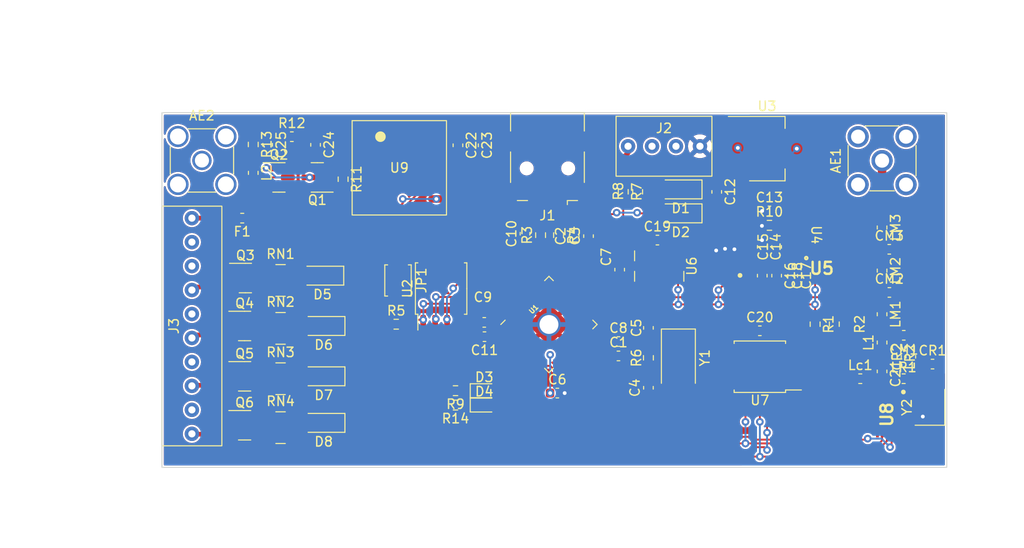
<source format=kicad_pcb>
(kicad_pcb (version 20211014) (generator pcbnew)
  (layers (0 "F.Cu" signal) (31 "B.Cu" power) (34 "B.Paste" user) (35 "F.Paste" user) (36 "B.SilkS" user "B.Silkscreen") (37 "F.SilkS" user "F.Silkscreen") (38 "B.Mask" user) (39 "F.Mask" user) (44 "Edge.Cuts" user))
  (net 0 "")
  (net 1 "Net-(AE1-Pad1)")
  (net 2 "Net-(AE2-Pad1)")
  (net 3 "+1V1")
  (net 4 "GND")
  (net 5 "+3V3")
  (net 6 "XIN")
  (net 7 "Net-(C21-Pad1)")
  (net 8 "Net-(CM1-Pad2)")
  (net 9 "+BATT")
  (net 10 "VBUS")
  (net 11 "Net-(D3-Pad1)")
  (net 12 "/Power Supply/D-")
  (net 13 "/Power Supply/D+")
  (net 15 "/Power Supply/VBat in")
  (net 16 "Net-(CM2-Pad1)")
  (net 17 "Net-(C21-Pad2)")
  (net 18 "Net-(R4-Pad1)")
  (net 19 "Net-(C24-Pad1)")
  (net 20 "QSPI_SS")
  (net 21 "XOUT")
  (net 22 "Net-(CM3-Pad1)")
  (net 23 "Net-(LR1-Pad1)")
  (net 24 "Net-(CR1-Pad1)")
  (net 25 "QSPI_SD1")
  (net 26 "QSPI_SD2")
  (net 27 "QSPI_SD0")
  (net 28 "QSPI_SCLK")
  (net 29 "QSPI_SD3")
  (net 30 "/Accelerometer/Accel1")
  (net 31 "/Accelerometer/Accel2")
  (net 32 "/Accelerometer/SDA")
  (net 33 "/Accelerometer/SCL")
  (net 34 "/Flash Storage/CS0")
  (net 35 "/Flash Storage/Rx")
  (net 36 "/Flash Storage/Tx")
  (net 37 "/Flash Storage/SCK")
  (net 38 "/GPS/Tx")
  (net 39 "/GPS/Rx")
  (net 40 "/Flash Storage/CS1")
  (net 41 "/GPIO & Pyro/Pyro Power")
  (net 42 "Fire 1")
  (net 43 "SWCLK")
  (net 44 "SWD")
  (net 45 "Fire 2")
  (net 46 "Fire 3")
  (net 47 "Fire 4")
  (net 48 "/GPIO & Pyro/Pyro1")
  (net 49 "/GPIO & Pyro/Pyro2")
  (net 50 "/GPIO & Pyro/Pyro3")
  (net 51 "/GPIO & Pyro/Pyro4")
  (net 54 "/Power Supply/VBat{slash}4")
  (net 59 "/GPIO & Pyro/Cont1")
  (net 60 "/GPIO & Pyro/Cont2")
  (net 61 "/GPIO & Pyro/Cont3")
  (net 62 "/GPIO & Pyro/Cont4")
  (net 63 "Net-(RN1-Pad4)")
  (net 64 "Net-(RN2-Pad4)")
  (net 65 "Net-(RN3-Pad4)")
  (net 66 "Net-(RN4-Pad4)")
  (net 67 "Net-(C15-Pad2)")
  (net 68 "Net-(L2-Pad1)")
  (net 69 "Net-(L2-Pad2)")
  (net 70 "Net-(Q1-Pad1)")
  (net 71 "Net-(Q1-Pad3)")
  (net 72 "Net-(Q2-Pad2)")
  (net 73 "+3.3V")
  (net 74 "/Accelerometer/Gyro1")
  (net 75 "/Accelerometer/Gyro2")
  (net 77 "Net-(U8-Pad17)")
  (net 78 "Net-(U8-Pad16)")
  (net 79 "Net-(C5-Pad2)")
  (net 80 "Net-(D4-Pad1)")
  (net 81 "Net-(C14-Pad2)")
  (net 82 "Net-(C12-Pad1)")
  (net 83 "/GPIO & Pyro/LED")
  (net 87 "/Accelerometer/Radio")
  (net 93 "Net-(JP1-Pad2)")
  (net 94 "Net-(R3-Pad1)")
  (net 95 "Net-(J3-Pad10)")
  (footprint "Resistor_SMD:R_0603_1608Metric_Pad0.98x0.95mm_HandSolder" (layer "F.Cu") (at 105.156 38.79 90)
    (fp_text reference "R4")
    (fp_text value "27")
  )
  (footprint "Diode_SMD:D_SOD-123" (layer "F.Cu") (at 80.264 48.4185 180)
    (fp_text reference "D6")
    (fp_text value "1N4007")
  )
  (footprint "Capacitor_SMD:C_0603_1608Metric" (layer "F.Cu") (at 111.633 42.4495 90)
    (fp_text reference "C7")
    (fp_text value "100n")
  )
  (footprint "Capacitor_SMD:C_0603_1608Metric" (layer "F.Cu") (at 101.6 38.6395 90)
    (fp_text reference "C10")
    (fp_text value "100n")
  )
  (footprint "Resistor_SMD:R_Array_Convex_4x0603" (layer "F.Cu") (at 75.692 48.6725)
    (fp_text reference "RN2")
    (fp_text value "22k")
  )
  (footprint "Capacitor_SMD:C_0603_1608Metric_Pad1.08x0.95mm_HandSolder" (layer "F.Cu") (at 79.401 29.217 -90)
    (fp_text reference "C24")
    (fp_text value "DNF")
  )
  (footprint "Package_TO_SOT_SMD:SOT-23" (layer "F.Cu") (at 75.52079 32.6725)
    (fp_text reference "Q2")
    (fp_text value "BSS84")
  )
  (footprint "Inductor_SMD:L_0603_1608Metric" (layer "F.Cu") (at 139.446 42.551 -90)
    (fp_text reference "LM2")
    (fp_text value "24n")
  )
  (footprint "Diode_SMD:D_SOD-123" (layer "F.Cu") (at 80.264 53.7525 180)
    (fp_text reference "D7")
    (fp_text value "1N4007")
  )
  (footprint "Fuse:Fuse_0603_1608Metric" (layer "F.Cu") (at 71.628 36.9885 180)
    (fp_text reference "F1")
    (fp_text value "2A Poly")
  )
  (footprint "Capacitor_SMD:C_0603_1608Metric" (layer "F.Cu") (at 115.633638 39.313543)
    (fp_text reference "C19")
    (fp_text value "470nF")
  )
  (footprint "YAR_RF:SI4468-A2A-IMR" (layer "F.Cu") (at 139.954 57.8165 -90)
    (fp_text reference "U8")
    (fp_text value "Si4468/7" hide)
  )
  (footprint "Connector_Coaxial:SMA_Molex_73251-2200_Horizontal" (layer "F.Cu") (at 139.446 30.8925)
    (fp_text reference "AE1")
    (fp_text value "Antenna")
  )
  (footprint "Resistor_SMD:R_0603_1608Metric" (layer "F.Cu") (at 112.014 34.1945 -90)
    (fp_text reference "R7")
    (fp_text value "33k")
  )
  (footprint "Capacitor_SMD:C_0603_1608Metric" (layer "F.Cu") (at 128.27 43.0845 -90)
    (fp_text reference "C16")
    (fp_text value "10uF")
  )
  (footprint "Diode_SMD:D_SOD-123" (layer "F.Cu") (at 118.11 36.4805 180)
    (fp_text reference "D2")
    (fp_text value "1N4007")
  )
  (footprint "Package_SO:SOIC-8_5.23x5.23mm_P1.27mm" (layer "F.Cu") (at 92.71 44.45 90)
    (fp_text reference "U2")
    (fp_text value "~")
  )
  (footprint "Resistor_SMD:R_Array_Convex_4x0603" (layer "F.Cu") (at 75.692 43.5925)
    (fp_text reference "RN1")
    (fp_text value "22k")
  )
  (footprint "Inductor_SMD:L_0603_1608Metric" (layer "F.Cu") (at 139.446 50.171 90)
    (fp_text reference "L1")
    (fp_text value "3.3n")
  )
  (footprint "Resistor_SMD:R_0603_1608Metric_Pad0.98x0.95mm_HandSolder" (layer "F.Cu") (at 103.251 38.79 90)
    (fp_text reference "R3")
    (fp_text value "27")
  )
  (footprint "Capacitor_SMD:C_0603_1608Metric" (layer "F.Cu") (at 140.208 40.2905)
    (fp_text reference "CM3")
    (fp_text value "3.3p")
  )
  (footprint "Capacitor_SMD:C_0603_1608Metric" (layer "F.Cu") (at 97.282 48.0375 180)
    (fp_text reference "C9")
    (fp_text value "100n")
  )
  (footprint "Package_LGA:LGA-14_3x5mm_P0.8mm_LayoutBorder1x6y" (layer "F.Cu") (at 115.824 42.0685 -90)
    (fp_text reference "U6")
    (fp_text value "ADXL343")
  )
  (footprint "Capacitor_SMD:C_0603_1608Metric" (layer "F.Cu") (at 114.681 54.9675 90)
    (fp_text reference "C4")
    (fp_text value "4p")
  )
  (footprint "YAR_MCU:RP2040-QFN-56_HS" (layer "F.Cu") (at 104.14 48.26 45)
    (fp_text reference "U1")
    (fp_text value "RP2040")
  )
  (footprint "Capacitor_SMD:C_0603_1608Metric" (layer "F.Cu") (at 141.745 49.409 180)
    (fp_text reference "CM1")
    (fp_text value "6.8n")
  )
  (footprint "Capacitor_SMD:C_0603_1608Metric" (layer "F.Cu") (at 108.331 38.8935 90)
    (fp_text reference "C3")
    (fp_text value "1u")
  )
  (footprint "YAR_Sensors:MS5637_1" (layer "F.Cu") (at 133.35 42.3225)
    (fp_text reference "U5")
    (fp_text value "MS5637-02BA03" hide)
  )
  (footprint "Capacitor_SMD:C_0603_1608Metric" (layer "F.Cu") (at 114.681 48.6175 -90)
    (fp_text reference "C5")
    (fp_text value "4p")
  )
  (footprint "Capacitor_SMD:C_0603_1608Metric" (layer "F.Cu") (at 106.807 38.8935 90)
    (fp_text reference "C2")
    (fp_text value "1u")
  )
  (footprint "Package_TO_SOT_SMD:SOT-23" (layer "F.Cu") (at 71.882 48.4185)
    (fp_text reference "Q4")
    (fp_text value "    IRFML8244TRPBF")
  )
  (footprint "Capacitor_SMD:C_0603_1608Metric_Pad1.08x0.95mm_HandSolder" (layer "F.Cu") (at 94.491778 29.265761 -90)
    (fp_text reference "C22")
    (fp_text value "10u")
  )
  (footprint "Resistor_SMD:R_Array_Convex_4x0603" (layer "F.Cu") (at 75.692 54.0065)
    (fp_text reference "RN3")
    (fp_text value "22k")
  )
  (footprint "Capacitor_SMD:C_0603_1608Metric" (layer "F.Cu") (at 111.506 51.5935)
    (fp_text reference "C1")
    (fp_text value "100n")
  )
  (footprint "Diode_SMD:D_SOD-123" (layer "F.Cu") (at 80.136 43.0845 180)
    (fp_text reference "D5")
    (fp_text value "1N4007")
  )
  (footprint "YAR_Sensors:I3G4250D" (layer "F.Cu") (at 122.865 41.3065 -90)
    (fp_text reference "U4")
    (fp_text value "I3G4250D")
  )
  (footprint "Resistor_SMD:R_Array_Convex_4x0603" (layer "F.Cu") (at 75.692 59.1945)
    (fp_text reference "RN4")
    (fp_text value "22k")
  )
  (footprint "Capacitor_SMD:C_0603_1608Metric" (layer "F.Cu") (at 142.494 51.682 90)
    (fp_text reference "CR2")
    (fp_text value "1.2p")
  )
  (footprint "Crystal:Crystal_SMD_5032-2Pin_5.0x3.2mm" (layer "F.Cu") (at 117.856 51.7925 -90)
    (fp_text reference "Y1")
    (fp_text value "12MHz")
  )
  (footprint "YAR_GPS:L70R" (layer "F.Cu") (at 88.278 31.6545)
    (fp_text reference "U9")
    (fp_text value "L70B-M39")
  )
  (footprint "LED_SMD:LED_0603_1608Metric" (layer "F.Cu") (at 97.282 55.2765)
    (fp_text reference "D3")
    (fp_text value "RED")
  )
  (footprint "Resistor_SMD:R_0603_1608Metric" (layer "F.Cu") (at 134.382 48.2275 -90)
    (fp_text reference "R2")
    (fp_text value "10k")
  )
  (footprint "Resistor_SMD:R_0603_1608Metric" (layer "F.Cu") (at 72.797 29.1795 -90)
    (fp_text reference "R13")
    (fp_text value "10")
  )
  (footprint "Resistor_SMD:R_0603_1608Metric" (layer "F.Cu") (at 94.234 56.8005 180)
    (fp_text reference "R14")
    (fp_text value "470")
  )
  (footprint "Capacitor_SMD:C_0603_1608Metric_Pad1.08x0.95mm_HandSolder" (layer "F.Cu") (at 74.321 29.217 -90)
    (fp_text reference "C25")
    (fp_text value "DNF")
  )
  (footprint "Capacitor_SMD:C_0603_1608Metric" (layer "F.Cu") (at 97.30666 49.550678 180)
    (fp_text reference "C11")
    (fp_text value "100n")
  )
  (footprint "Resistor_SMD:R_0603_1608Metric" (layer "F.Cu") (at 87.949788 48.231476)
    (fp_text reference "R5")
    (fp_text value "1k")
  )
  (footprint "Capacitor_SMD:C_0603_1608Metric" (layer "F.Cu") (at 126.746 40.0365 -90)
    (fp_text reference "C14")
    (fp_text value "470n")
  )
  (footprint "Package_TO_SOT_SMD:SOT-23" (layer "F.Cu") (at 79.58479 32.6725 180)
    (fp_text reference "Q1")
    (fp_text value "2N7000")
  )
  (footprint "Package_TO_SOT_SMD:SOT-223-3_TabPin2" (layer "F.Cu") (at 127.254 29.6225)
    (fp_text reference "U3")
    (fp_text value "AMS1117-3.3")
  )
  (footprint "Capacitor_SMD:C_0603_1608Metric" (layer "F.Cu") (at 140.221 44.8625)
    (fp_text reference "CM2")
    (fp_text value "3.3p")
  )
  (footprint "Capacitor_SMD:C_0603_1608Metric" (layer "F.Cu") (at 129.970948 43.098293 -90)
    (fp_text reference "C17")
    (fp_text value "100nF")
  )
  (footprint "Connector_Coaxial:SMA_Amphenol_901-144_Vertical" (layer "F.Cu") (at 67.358222 30.874003)
    (fp_text reference "AE2")
    (fp_text value "Antenna")
  )
  (footprint "Capacitor_SMD:C_0603_1608Metric" (layer "F.Cu") (at 121.92 34.2075 -90)
    (fp_text reference "C12")
    (fp_text value "10u")
  )
  (footprint "Resistor_SMD:R_0603_1608Metric" (layer "F.Cu") (at 127.508 37.7505)
    (fp_text reference "R10")
    (fp_text value "10k")
  )
  (footprint "Inductor_SMD:L_0603_1608Metric" (layer "F.Cu") (at 141.732 54.0065)
    (fp_text reference "LR1")
    (fp_text value "18n")
  )
  (footprint "Inductor_SMD:L_0603_1608Metric" (layer "F.Cu") (at 72.797 32.19 -90)
    (fp_text reference "L2")
    (fp_text value "47n")
  )
  (footprint "Package_SO:SOIC-8_5.23x5.23mm_P1.27mm" (layer "F.Cu") (at 126.492 52.7365 180)
    (fp_text reference "U7")
    (fp_text value "~")
  )
  (footprint "Oscillator:Oscillator_SMD_Abracon_ASE-4Pin_3.2x2.5mm" (layer "F.Cu") (at 144.526 57.0375 90)
    (fp_text reference "Y2")
    (fp_text value "30MHz")
  )
  (footprint "Inductor_SMD:L_0603_1608Metric" (layer "F.Cu") (at 139.446 37.979 -90)
    (fp_text reference "LM3")
    (fp_text value "12n")
  )
  (footprint "Resistor_SMD:R_0603_1608Metric" (layer "F.Cu") (at 113.538 34.1945 90)
    (fp_text reference "R8")
    (fp_text value "12k")
  )
  (footprint "LED_SMD:LED_0603_1608Metric" (layer "F.Cu") (at 97.282 56.8005)
    (fp_text reference "D4")
    (fp_text value "GREEN")
  )
  (footprint "Package_TO_SOT_SMD:SOT-23" (layer "F.Cu") (at 71.882 58.9405)
    (fp_text reference "Q6")
    (fp_text value "    IRFML8244TRPBF")
  )
  (footprint "Resistor_SMD:R_0603_1608Metric" (layer "F.Cu") (at 114.681 51.7925 -90)
    (fp_text reference "R6")
    (fp_text value "1k")
  )
  (footprint "Inductor_SMD:L_0603_1608Metric" (layer "F.Cu") (at 139.446 47.174 -90)
    (fp_text reference "LM1")
    (fp_text value "12n")
  )
  (footprint "Capacitor_SMD:C_0603_1608Metric" (layer "F.Cu") (at 127.508 36.2265)
    (fp_text reference "C13")
    (fp_text value "10u")
  )
  (footprint "Resistor_SMD:R_0603_1608Metric" (layer "F.Cu") (at 82.322 32.8625 -90)
    (fp_text reference "R11")
    (fp_text value "10k")
  )
  (footprint "Package_TO_SOT_SMD:SOT-23" (layer "F.Cu") (at 71.882 53.7525)
    (fp_text reference "Q5")
    (fp_text value "    IRFML8244TRPBF")
  )
  (footprint "Inductor_SMD:L_0603_1608Metric" (layer "F.Cu") (at 137.1345 54.0065)
    (fp_text reference "Lc1")
    (fp_text value "120n")
  )
  (footprint "Capacitor_SMD:C_0603_1608Metric" (layer "F.Cu") (at 126.746 43.0845 -90)
    (fp_text reference "C18")
    (fp_text value "100nF")
  )
  (footprint "YAR_Connectors:ScrewTerm_2.54x10" (layer "F.Cu") (at 66.294 48.4185 90)
    (fp_text reference "J3")
    (fp_text value "Pyro Connectors")
  )
  (footprint "Button_Switch_SMD:SW_SPST_B3U-1000P" (layer "F.Cu") (at 88.138 43.5925 -90)
    (fp_text reference "JP1")
    (fp_text value "BOOTSEL")
  )
  (footprint "Diode_SMD:D_SOD-123" (layer "F.Cu") (at 118.11 33.9405 180)
    (fp_text reference "D1")
    (fp_text value "1N4007")
  )
  (footprint "Capacitor_SMD:C_0603_1608Metric_Pad1.08x0.95mm_HandSolder" (layer "F.Cu") (at 76.8875 28.3545)
    (fp_text reference "R12")
    (fp_text value "0R")
  )
  (footprint "Inductor_SMD:L_0603_1608Metric" (layer "F.Cu") (at 140.97 51.695 -90)
    (fp_text reference "LR2")
    (fp_text value "24n")
  )
  (footprint "Capacitor_SMD:C_0603_1608Metric_Pad1.08x0.95mm_HandSolder" (layer "F.Cu") (at 96.142778 29.265761 -90)
    (fp_text reference "C23")
    (fp_text value "100n")
  )
  (footprint "YAR_Connectors:ScrewTerm_2.54x04" (layer "F.Cu") (at 116.332 29.3685)
    (fp_text reference "J2")
    (fp_text value "Battery Connector")
  )
  (footprint "Capacitor_SMD:C_0603_1608Metric" (layer "F.Cu") (at 111.506 50.0695)
    (fp_text reference "C8")
    (fp_text value "100n")
  )
  (footprint "Connector_USB:USB_Mini-B_Lumberg_2486_01_Horizontal" (layer "F.Cu") (at 103.978499 31.7135 180)
    (fp_text reference "J1")
    (fp_text value "Mini USB Female")
  )
  (footprint "Diode_SMD:D_SOD-123" (layer "F.Cu") (at 80.264 58.6865 180)
    (fp_text reference "D8")
    (fp_text value "1N4007")
  )
  (footprint "Capacitor_SMD:C_0603_1608Metric" (layer "F.Cu") (at 139.446 53.2315 -90)
    (fp_text reference "C21")
    (fp_text value "5.1p")
  )
  (footprint "Capacitor_SMD:C_0603_1608Metric" (layer "F.Cu") (at 128.27 40.0365 90)
    (fp_text reference "C15")
    (fp_text value "10n")
  )
  (footprint "Capacitor_SMD:C_0603_1608Metric" (layer "F.Cu") (at 105.029 55.5305)
    (fp_text reference "C6")
    (fp_text value "100n")
  )
  (footprint "Package_TO_SOT_SMD:SOT-23" (layer "F.Cu") (at 71.9605 43.3385)
    (fp_text reference "Q3")
    (fp_text value "    IRFML8244TRPBF")
  )
  (footprint "Resistor_SMD:R_0603_1608Metric" (layer "F.Cu") (at 132.35 48.2275 -90)
    (fp_text reference "R1")
    (fp_text value "10k")
  )
  (footprint "Capacitor_SMD:C_0603_1608Metric" (layer "F.Cu") (at 144.793 52.457)
    (fp_text reference "CR1")
    (fp_text value "3p")
  )
  (footprint "Capacitor_SMD:C_0603_1608Metric" (layer "F.Cu") (at 126.492 48.9265)
    (fp_text reference "C20")
    (fp_text value "100n")
  )
  (footprint "Resistor_SMD:R_0603_1608Metric" (layer "F.Cu") (at 94.234 55.2765 180)
    (fp_text reference "R9")
    (fp_text value "470")
  )
  (gr_rect (start 63.119 25.8125) (end 146.304 63.4045) (layer "Edge.Cuts") (width 0.1) (fill none))
  (segment (start 139.446 37.1915) (end 139.446 30.8925) (width 0.9) (layer "F.Cu") (net 1))
  (segment (start 76.025 28.3545) (end 72.797 28.3545) (width 0.9) (layer "F.Cu") (net 2))
  (via (at 126.711526 37.80667) (size 0.8) (drill 0.4) (layers "F.Cu" "B.Cu") (net 4))
  (via (at 121.861299 40.415582) (size 0.8) (drill 0.4) (layers "F.Cu" "B.Cu") (net 4))
  (via (at 143.764 58.0195) (size 0.8) (drill 0.4) (layers "F.Cu" "B.Cu") (net 4))
  (via (at 126.723013 39.323004) (size 0.8) (drill 0.4) (layers "F.Cu" "B.Cu") (net 4))
  (via (at 122.800711 40.236889) (size 0.8) (drill 0.4) (layers "F.Cu" "B.Cu") (net 4))
  (via (at 123.796284 40.287944) (size 0.8) (drill 0.4) (layers "F.Cu" "B.Cu") (net 4))
  (via (at 105.804 55.5305) (size 0.8) (drill 0.4) (layers "F.Cu" "B.Cu") (net 4))
  (segment (start 104.254 55.5305) (end 104.267 55.5305) (width 0.2) (layer "F.Cu") (net 5))
  (segment (start 126.537926 36.031426) (end 126.733 36.2265) (width 0.2) (layer "F.Cu") (net 5))
  (via (at 126.733 36.2265) (size 0.8) (drill 0.4) (layers "F.Cu" "B.Cu") (net 5))
  (via (at 130.404 29.6225) (size 0.8) (drill 0.4) (layers "F.Cu" "B.Cu") (net 5))
  (via (at 124.155693 29.544612) (size 0.8) (drill 0.4) (layers "F.Cu" "B.Cu") (net 5))
  (via (at 104.267 55.5305) (size 0.8) (drill 0.4) (layers "F.Cu" "B.Cu") (net 5))
  (via (at 104.267 51.4665) (size 0.8) (drill 0.4) (layers "F.Cu" "B.Cu") (net 5))
  (segment (start 126.761241 32.259746) (end 127.766754 32.259746) (width 0.2) (layer "B.Cu") (net 5))
  (segment (start 124.155693 29.544612) (end 124.155693 29.654198) (width 0.2) (layer "B.Cu") (net 5))
  (segment (start 124.155693 29.654198) (end 126.761241 32.259746) (width 0.2) (layer "B.Cu") (net 5))
  (segment (start 104.267 55.5305) (end 104.267 51.4665) (width 0.2) (layer "B.Cu") (net 5))
  (segment (start 126.761241 36.198259) (end 126.733 36.2265) (width 0.2) (layer "B.Cu") (net 5))
  (segment (start 127.766754 32.259746) (end 130.404 29.6225) (width 0.2) (layer "B.Cu") (net 5))
  (segment (start 126.761241 32.259746) (end 126.761241 36.198259) (width 0.2) (layer "B.Cu") (net 5))
  (segment (start 114.681 54.1925) (end 109.223972 54.1925) (width 0.2) (layer "F.Cu") (net 6))
  (segment (start 117.306 54.1925) (end 114.681 54.1925) (width 0.2) (layer "F.Cu") (net 6))
  (segment (start 109.223972 54.1925) (end 106.26132 51.229848) (width 0.2) (layer "F.Cu") (net 6))
  (segment (start 139.446 52.4565) (end 139.446 50.9585) (width 0.9) (layer "F.Cu") (net 7))
  (segment (start 139.4715 49.409) (end 139.446 49.3835) (width 0.9) (layer "F.Cu") (net 8))
  (segment (start 140.97 50.9075) (end 140.97 49.409) (width 0.9) (layer "F.Cu") (net 8))
  (segment (start 140.97 49.409) (end 139.4715 49.409) (width 0.9) (layer "F.Cu") (net 8))
  (segment (start 139.446 49.3835) (end 139.446 47.9615) (width 0.9) (layer "F.Cu") (net 8))
  (segment (start 140.9705 50.907) (end 140.97 50.9075) (width 0.9) (layer "F.Cu") (net 8))
  (segment (start 142.494 50.907) (end 140.9705 50.907) (width 0.9) (layer "F.Cu") (net 8))
  (segment (start 112.522 29.3685) (end 112.522 30.070541) (width 0.5) (layer "F.Cu") (net 9))
  (segment (start 116.46 33.838447) (end 114.429233 31.80768) (width 0.5) (layer "F.Cu") (net 9))
  (segment (start 111.999651 31.80768) (end 111.870419 31.936912) (width 0.5) (layer "F.Cu") (net 9))
  (segment (start 114.429233 31.80768) (end 111.999651 31.80768) (width 0.5) (layer "F.Cu") (net 9))
  (segment (start 111.870419 31.936912) (end 111.870419 33.225919) (width 0.5) (layer "F.Cu") (net 9))
  (segment (start 116.46 33.9405) (end 116.46 33.838447) (width 0.5) (layer "F.Cu") (net 9))
  (segment (start 111.870419 30.722122) (end 111.870419 31.936912) (width 0.5) (layer "F.Cu") (net 9))
  (segment (start 112.522 30.070541) (end 111.870419 30.722122) (width 0.5) (layer "F.Cu") (net 9))
  (segment (start 111.870419 33.225919) (end 112.014 33.3695) (width 0.5) (layer "F.Cu") (net 9))
  (segment (start 111.15942 36.563455) (end 106.018186 36.563455) (width 0.2) (layer "F.Cu") (net 10))
  (segment (start 116.46 36.4805) (end 113.559098 36.4805) (width 0.2) (layer "F.Cu") (net 10))
  (segment (start 111.3145 36.408375) (end 111.15942 36.563455) (width 0.2) (layer "F.Cu") (net 10))
  (segment (start 106.018186 36.563455) (end 105.578499 36.123768) (width 0.2) (layer "F.Cu") (net 10))
  (segment (start 105.578499 36.123768) (end 105.578499 34.4135) (width 0.2) (layer "F.Cu") (net 10))
  (segment (start 113.559098 36.4805) (end 113.486973 36.408375) (width 0.2) (layer "F.Cu") (net 10))
  (via (at 111.3145 36.408375) (size 0.8) (drill 0.4) (layers "F.Cu" "B.Cu") (net 10))
  (via (at 113.486973 36.408375) (size 0.8) (drill 0.4) (layers "F.Cu" "B.Cu") (net 10))
  (segment (start 113.486973 36.408375) (end 111.3145 36.408375) (width 0.2) (layer "B.Cu") (net 10))
  (segment (start 95.059 55.2765) (end 96.4945 55.2765) (width 0.2) (layer "F.Cu") (net 11))
  (segment (start 105.156 37.8775) (end 104.778499 37.499999) (width 0.2) (layer "F.Cu") (net 12))
  (segment (start 104.778499 37.499999) (end 104.778499 35.1805) (width 0.2) (layer "F.Cu") (net 12))
  (segment (start 103.978499 37.150001) (end 103.978499 35.1805) (width 0.2) (layer "F.Cu") (net 13))
  (segment (start 103.251 37.8775) (end 103.978499 37.150001) (width 0.2) (layer "F.Cu") (net 13))
  (segment (start 103.978499 35.1805) (end 103.978499 35.344103) (width 0.2) (layer "F.Cu") (net 13))
  (segment (start 139.446 46.3865) (end 139.446 44.8625) (width 0.9) (layer "F.Cu") (net 16))
  (segment (start 139.446 44.8625) (end 139.446 43.3385) (width 0.9) (layer "F.Cu") (net 16))
  (segment (start 139.454 55.8165) (end 139.454 54.0145) (width 0.2) (layer "F.Cu") (net 17))
  (segment (start 139.454 54.0145) (end 139.446 54.0065) (width 0.2) (layer "F.Cu") (net 17))
  (segment (start 137.922 54.0065) (end 139.446 54.0065) (width 0.9) (layer "F.Cu") (net 17))
  (segment (start 102 41.853186) (end 102 44.140101) (width 0.2) (layer "F.Cu") (net 18))
  (segment (start 103.281895 40.571291) (end 102 41.853186) (width 0.2) (layer "F.Cu") (net 18))
  (segment (start 104.287209 40.571291) (end 103.281895 40.571291) (width 0.2) (layer "F.Cu") (net 18))
  (segment (start 105.156 39.7025) (end 104.287209 40.571291) (width 0.2) (layer "F.Cu") (net 18))
  (segment (start 102 44.140101) (end 102.584365 44.724466) (width 0.2) (layer "F.Cu") (net 18))
  (segment (start 84.328 28.3545) (end 77.75 28.3545) (width 0.9) (layer "F.Cu") (net 19))
  (segment (start 95.497675 45.045877) (end 94.479414 46.064138) (width 0.2) (layer "F.Cu") (net 20))
  (segment (start 99.755938 47.552893) (end 98.888045 46.685) (width 0.2) (layer "F.Cu") (net 20))
  (segment (start 98.888045 46.685) (end 98.833245 46.685) (width 0.2) (layer "F.Cu") (net 20))
  (segment (start 94.479414 46.064138) (end 90.831138 46.064138) (width 0.2) (layer "F.Cu") (net 20))
  (segment (start 90.812896 47.760586) (end 89.245678 47.760586) (width 0.2) (layer "F.Cu") (net 20))
  (segment (start 97.194122 45.045877) (end 95.497675 45.045877) (width 0.2) (layer "F.Cu") (net 20))
  (segment (start 89.245678 47.760586) (end 88.774788 48.231476) (width 0.2) (layer "F.Cu") (net 20))
  (segment (start 98.833245 46.685) (end 97.194122 45.045877) (width 0.2) (layer "F.Cu") (net 20))
  (via (at 90.831138 46.064138) (size 0.8) (drill 0.4) (layers "F.Cu" "B.Cu") (net 20))
  (via (at 90.812896 47.760586) (size 0.8) (drill 0.4) (layers "F.Cu" "B.Cu") (net 20))
  (segment (start 90.831138 47.742344) (end 90.812896 47.760586) (width 0.2) (layer "B.Cu") (net 20))
  (segment (start 90.831138 46.064138) (end 90.831138 47.742344) (width 0.2) (layer "B.Cu") (net 20))
  (segment (start 106.544163 50.947006) (end 108.214657 52.6175) (width 0.2) (layer "F.Cu") (net 21))
  (segment (start 108.214657 52.6175) (end 114.681 52.6175) (width 0.2) (layer "F.Cu") (net 21))
  (segment (start 139.446 41.7635) (end 139.446 38.7665) (width 0.9) (layer "F.Cu") (net 22))
  (segment (start 140.97 53.981) (end 140.9445 54.0065) (width 0.9) (layer "F.Cu") (net 23))
  (segment (start 140.97 52.4825) (end 140.97 53.981) (width 0.9) (layer "F.Cu") (net 23))
  (segment (start 139.954 55.8165) (end 139.954 54.997) (width 0.2) (layer "F.Cu") (net 23))
  (segment (start 139.954 54.997) (end 140.9445 54.0065) (width 0.2) (layer "F.Cu") (net 23))
  (segment (start 140.454 55.1665) (end 140.839 54.7815) (width 0.2) (layer "F.Cu") (net 24))
  (segment (start 140.454 55.8165) (end 140.454 55.1665) (width 0.2) (layer "F.Cu") (net 24))
  (segment (start 142.494 53.981) (end 142.5195 54.0065) (width 0.9) (layer "F.Cu") (net 24))
  (segment (start 142.494 52.457) (end 144.018 52.457) (width 0.9) (layer "F.Cu") (net 24))
  (segment (start 141.7445 54.7815) (end 142.5195 54.0065) (width 0.2) (layer "F.Cu") (net 24))
  (segment (start 140.839 54.7815) (end 141.7445 54.7815) (width 0.2) (layer "F.Cu") (net 24))
  (segment (start 142.494 52.457) (end 142.494 53.981) (width 0.9) (layer "F.Cu") (net 24))
  (segment (start 97.166466 44.452535) (end 95.418335 44.452535) (width 0.2) (layer "F.Cu") (net 25))
  (segment (start 98.998931 46.285) (end 97.166466 44.452535) (width 0.2) (layer "F.Cu") (net 25))
  (segment (start 95.418335 44.452535) (end 94.524707 45.346163) (width 0.2) (layer "F.Cu") (net 25))
  (segment (start 100.038781 47.270051) (end 99.05373 46.285) (width 0.2) (layer "F.Cu") (net 25))
  (segment (start 94.524707 45.346163) (end 92.16853 45.346163) (width 0.2) (layer "F.Cu") (net 25))
  (segment (start 99.05373 46.285) (end 98.998931 46.285) (width 0.2) (layer "F.Cu") (net 25))
  (segment (start 92.16853 45.346163) (end 92.155862 45.333495) (width 0.2) (layer "F.Cu") (net 25))
  (via (at 92.155099 47.685061) (size 0.8) (drill 0.4) (layers "F.Cu" "B.Cu") (net 25))
  (via (at 92.155862 45.333495) (size 0.8) (drill 0.4) (layers "F.Cu" "B.Cu") (net 25))
  (segment (start 92.155862 45.333495) (end 92.155862 47.544138) (width 0.2) (layer "B.Cu") (net 25))
  (segment (start 92.155862 47.544138) (end 92.155099 47.544901) (width 0.2) (layer "B.Cu") (net 25))
  (segment (start 92.155099 47.544901) (end 92.155099 47.685061) (width 0.2) (layer "B.Cu") (net 25))
  (segment (start 99.219415 45.885) (end 99.164617 45.885) (width 0.2) (layer "F.Cu") (net 26))
  (segment (start 99.164617 45.885) (end 97.254722 43.975105) (width 0.2) (layer "F.Cu") (net 26))
  (segment (start 99.219415 45.885) (end 100.321623 46.987208) (width 0.2) (layer "F.Cu") (net 26))
  (segment (start 97.254722 43.975105) (end 94.44251 43.975105) (width 0.2) (layer "F.Cu") (net 26))
  (segment (start 94.44251 43.975105) (end 93.986475 44.43114) (width 0.2) (layer "F.Cu") (net 26))
  (via (at 93.327759 47.724722) (size 0.8) (drill 0.4) (layers "F.Cu" "B.Cu") (net 26))
  (via (at 93.986475 44.43114) (size 0.8) (drill 0.4) (layers "F.Cu" "B.Cu") (net 26))
  (segment (start 93.986475 44.735162) (end 93.327759 45.393878) (width 0.2) (layer "B.Cu") (net 26))
  (segment (start 93.986475 44.43114) (end 93.986475 44.735162) (width 0.2) (layer "B.Cu") (net 26))
  (segment (start 93.327759 45.393878) (end 93.327759 47.724722) (width 0.2) (layer "B.Cu") (net 26))
  (segment (start 94.534137 39.592529) (end 94.534137 40.769137) (width 0.2) (layer "F.Cu") (net 27))
  (segment (start 96.145459 42.245358) (end 96.145459 39.638132) (width 0.2) (layer "F.Cu") (net 27))
  (segment (start 96.099856 39.592529) (end 94.534137 39.592529) (width 0.2) (layer "F.Cu") (net 27))
  (segment (start 96.145459 39.638132) (end 96.099856 39.592529) (width 0.2) (layer "F.Cu") (net 27))
  (segment (start 100.604466 46.704365) (end 96.145459 42.245358) (width 0.2) (layer "F.Cu") (net 27))
  (segment (start 94.534137 40.769137) (end 94.615 40.85) (width 0.2) (layer "F.Cu") (net 27))
  (segment (start 93.166034 39.182098) (end 93.166034 40.671034) (width 0.2) (layer "F.Cu") (net 28))
  (segment (start 93.166034 40.671034) (end 93.345 40.85) (width 0.2) (layer "F.Cu") (net 28))
  (segment (start 100.887309 46.421522) (end 97.148734 42.682947) (width 0.2) (layer "F.Cu") (net 28))
  (segment (start 97.103131 39.182098) (end 93.166034 39.182098) (width 0.2) (layer "F.Cu") (net 28))
  (segment (start 97.148734 42.682947) (end 97.148734 39.227701) (width 0.2) (layer "F.Cu") (net 28))
  (segment (start 97.148734 39.227701) (end 97.103131 39.182098) (width 0.2) (layer "F.Cu") (net 28))
  (segment (start 94.062943 38.695661) (end 94.047742 38.68046) (width 0.2) (layer "F.Cu") (net 29))
  (segment (start 94.047742 38.68046) (end 92.375574 38.68046) (width 0.2) (layer "F.Cu") (net 29))
  (segment (start 101.170152 46.13868) (end 97.863188 42.831716) (width 0.2) (layer "F.Cu") (net 29))
  (segment (start 97.863188 38.695661) (end 94.062943 38.695661) (width 0.2) (layer "F.Cu") (net 29))
  (segment (start 92.375574 38.68046) (end 92.075 38.981034) (width 0.2) (layer "F.Cu") (net 29))
  (segment (start 92.075 38.981034) (end 92.075 40.85) (width 0.2) (layer "F.Cu") (net 29))
  (segment (start 97.863188 42.831716) (end 97.863188 38.695661) (width 0.2) (layer "F.Cu") (net 29))
  (segment (start 113.824 43.756814) (end 113.010314 44.5705) (width 0.2) (layer "F.Cu") (net 30))
  (segment (start 113.010314 44.5705) (end 108.112343 44.5705) (width 0.2) (layer "F.Cu") (net 30))
  (segment (start 108.112343 44.5705) (end 106.827006 45.855837) (width 0.2) (layer "F.Cu") (net 30))
  (segment (start 113.824 43.0685) (end 113.824 43.756814) (width 0.2) (layer "F.Cu") (net 30))
  (segment (start 114.624 43.5225) (end 114.624 43.0685) (width 0.2) (layer "F.Cu") (net 31))
  (segment (start 108.278028 44.9705) (end 113.176 44.9705) (width 0.2) (layer "F.Cu") (net 31))
  (segment (start 113.176 44.9705) (end 114.624 43.5225) (width 0.2) (layer "F.Cu") (net 31))
  (segment (start 107.109848 46.13868) (end 108.278028 44.9705) (width 0.2) (layer "F.Cu") (net 31))
  (segment (start 117.856 46.1325) (end 132.334 46.1325) (width 0.2) (layer "F.Cu") (net 32))
  (segment (start 117.824 43.0685) (end 117.824 44.5765) (width 0.2) (layer "F.Cu") (net 32))
  (segment (start 122.103 44.6085) (end 122.54 44.1715) (width 0.2) (layer "F.Cu") (net 32))
  (segment (start 132.35 46.1485) (end 132.334 46.1325) (width 0.2) (layer "F.Cu") (net 32))
  (segment (start 117.856 46.1325) (end 108.813085 46.1325) (width 0.2) (layer "F.Cu") (net 32))
  (segment (start 108.813085 46.1325) (end 107.958377 46.987208) (width 0.2) (layer "F.Cu") (net 32))
  (segment (start 132.334 44.6085) (end 132.35 44.5925) (width 0.2) (layer "F.Cu") (net 32))
  (segment (start 132.35 43.3225) (end 132.35 44.5925) (width 0.2) (layer "F.Cu") (net 32))
  (segment (start 122.54 44.1715) (end 122.54 43.0815) (width 0.2) (layer "F.Cu") (net 32))
  (segment (start 132.35 47.4025) (end 132.35 46.1485) (width 0.2) (layer "F.Cu") (net 32))
  (via (at 132.334 46.1325) (size 0.8) (drill 0.4) (layers "F.Cu" "B.Cu") (net 32))
  (via (at 117.856 46.1325) (size 0.8) (drill 0.4) (layers "F.Cu" "B.Cu") (net 32))
  (via (at 132.35 44.5925) (size 0.8) (drill 0.4) (layers "F.Cu" "B.Cu") (net 32))
  (via (at 122.103 46.1325) (size 0.8) (drill 0.4) (layers "F.Cu" "B.Cu") (net 32))
  (via (at 117.824 44.5765) (size 0.8) (drill 0.4) (layers "F.Cu" "B.Cu") (net 32))
  (via (at 122.103 44.6085) (size 0.8) (drill 0.4) (layers "F.Cu" "B.Cu") (net 32))
  (segment (start 132.35 44.5925) (end 132.35 46.1165) (width 0.2) (layer "B.Cu") (net 32))
  (segment (start 122.103 46.1325) (end 122.103 44.6085) (width 0.2) (layer "B.Cu") (net 32))
  (segment (start 117.856 44.6085) (end 117.856 46.1325) (width 0.2) (layer "B.Cu") (net 32))
  (segment (start 117.824 44.5765) (end 117.856 44.6085) (width 0.2) (layer "B.Cu") (net 32))
  (segment (start 132.35 46.1165) (end 132.334 46.1325) (width 0.2) (layer "B.Cu") (net 32))
  (segment (start 107.675534 46.704365) (end 109.009399 45.3705) (width 0.2) (layer "F.Cu") (net 33))
  (segment (start 118.5746 45.3271) (end 118.5746 42.2791) (width 0.2) (layer "F.Cu") (net 33))
  (segment (start 118.5312 45.3705) (end 118.5746 45.3271) (width 0.2) (layer "F.Cu") (net 33))
  (segment (start 134.382 45.3705) (end 134.382 47.4025) (width 0.2) (layer "F.Cu") (net 33))
  (segment (start 118.11 45.3705) (end 134.318 45.3705) (width 0.2) (layer "F.Cu") (net 33))
  (segment (start 134.35 45.3385) (end 134.35 43.3225) (width 0.2) (layer "F.Cu") (net 33))
  (segment (start 134.318 45.3705) (end 134.35 45.3385) (width 0.2) (layer "F.Cu") (net 33))
  (segment (start 118.5746 42.2791) (end 118.364 42.0685) (width 0.2) (layer "F.Cu") (net 33))
  (segment (start 123.19 45.3705) (end 123.19 43.0815) (width 0.2) (layer "F.Cu") (net 33))
  (segment (start 134.35 45.3545) (end 134.35 45.3385) (width 0.2) (layer "F.Cu") (net 33))
  (segment (start 134.366 45.3705) (end 134.35 45.3545) (width 0.2) (layer "F.Cu") (net 33))
  (segment (start 118.364 42.0685) (end 117.824 42.0685) (width 0.2) (layer "F.Cu") (net 33))
  (segment (start 109.009399 45.3705) (end 118.5312 45.3705) (width 0.2) (layer "F.Cu") (net 33))
  (segment (start 105.129949 52.361219) (end 114.03323 61.2645) (width 0.2) (layer "F.Cu") (net 34))
  (segment (start 127.254 59.4675) (end 127.254 59.7215) (width 0.2) (layer "F.Cu") (net 34))
  (segment (start 114.03323 61.2645) (end 124.37805 61.2645) (width 0.2) (layer "F.Cu") (net 34))
  (segment (start 125.25795 61.5645) (end 125.55795 61.2645) (width 0.2) (layer "F.Cu") (net 34))
  (segment (start 127.254 57.1815) (end 127.254 59.4675) (width 0.2) (layer "F.Cu") (net 34))
  (segment (start 125.55795 61.2645) (end 126.9545 61.2645) (width 0.2) (layer "F.Cu") (net 34))
  (segment (start 127.762 54.6415) (end 127.254 55.1495) (width 0.2) (layer "F.Cu") (net 34))
  (segment (start 124.67805 61.5645) (end 125.25795 61.5645) (width 0.2) (layer "F.Cu") (net 34))
  (segment (start 130.092 54.6415) (end 127.762 54.6415) (width 0.2) (layer "F.Cu") (net 34))
  (segment (start 127.254 55.1495) (end 127.254 57.1815) (width 0.2) (layer "F.Cu") (net 34))
  (segment (start 124.37805 61.2645) (end 124.67805 61.5645) (width 0.2) (layer "F.Cu") (net 34))
  (segment (start 126.9545 61.2645) (end 127.254 61.564) (width 0.2) (layer "F.Cu") (net 34))
  (via (at 127.254 59.7215) (size 0.8) (drill 0.4) (layers "F.Cu" "B.Cu") (net 34))
  (via (at 127.254 61.564) (size 0.8) (drill 0.4) (layers "F.Cu" "B.Cu") (net 34))
  (segment (start 127.254 59.7215) (end 127.254 61.564) (width 0.2) (layer "B.Cu") (net 34))
  (segment (start 124.809365 62.2615) (end 124.27805 61.730185) (width 0.2) (layer "F.Cu") (net 35))
  (segment (start 139.107999 61.4565) (end 139.954 60.6105) (width 0.2) (layer "F.Cu") (net 35))
  (segment (start 128.143 53.3715) (end 130.092 53.3715) (width 0.2) (layer "F.Cu") (net 35))
  (segment (start 124.27805 61.730185) (end 113.933229 61.730185) (width 0.2) (layer "F.Cu") (net 35))
  (segment (start 137.244993 61.2645) (end 137.436993 61.4565) (width 0.2) (layer "F.Cu") (net 35))
  (segment (start 126.492 55.0225) (end 128.143 53.3715) (width 0.2) (layer "F.Cu") (net 35))
  (segment (start 127.7595 62.264) (end 128.759 61.2645) (width 0.2) (layer "F.Cu") (net 35))
  (segment (start 113.933229 61.730185) (end 104.847107 52.644062) (width 0.2) (layer "F.Cu") (net 35))
  (segment (start 139.954 60.6105) (end 139.954 59.8165) (width 0.2) (layer "F.Cu") (net 35))
  (segment (start 126.492 62.2615) (end 126.4945 62.264) (width 0.2) (layer "F.Cu") (net 35))
  (segment (start 126.4945 62.264) (end 127.7595 62.264) (width 0.2) (layer "F.Cu") (net 35))
  (segment (start 126.492 62.2615) (end 124.809365 62.2615) (width 0.2) (layer "F.Cu") (net 35))
  (segment (start 128.759 61.2645) (end 137.244993 61.2645) (width 0.2) (layer "F.Cu") (net 35))
  (segment (start 126.492 58.5785) (end 126.492 55.0225) (width 0.2) (layer "F.Cu") (net 35))
  (segment (start 137.436993 61.4565) (end 139.107999 61.4565) (width 0.2) (layer "F.Cu") (net 35))
  (via (at 126.492 58.5785) (size 0.8) (drill 0.4) (layers "F.Cu" "B.Cu") (net 35))
  (via (at 126.492 62.2615) (size 0.8) (drill 0.4) (layers "F.Cu" "B.Cu") (net 35))
  (segment (start 126.492 62.2615) (end 126.492 58.5785) (width 0.2) (layer "B.Cu") (net 35))
  (segment (start 137.709868 60.568632) (end 137.922 60.3565) (width 0.2) (layer "F.Cu") (net 36))
  (segment (start 123.058396 50.8315) (end 122.892 50.8315) (width 0.2) (layer "F.Cu") (net 36))
  (segment (start 125.55795 60.4645) (end 125.73 60.4645) (width 0.2) (layer "F.Cu") (net 36))
  (segment (start 125.73 60.1025) (end 125.73 53.503104) (width 0.2) (layer "F.Cu") (net 36))
  (segment (start 114.364601 60.4645) (end 124.37805 60.4645) (width 0.2) (layer "F.Cu") (net 36))
  (segment (start 125.25795 60.1645) (end 125.55795 60.4645) (width 0.2) (layer "F.Cu") (net 36))
  (segment (start 140.292209 61.261535) (end 140.302965 61.261535) (width 0.2) (layer "F.Cu") (net 36))
  (segment (start 124.37805 60.4645) (end 124.67805 60.1645) (width 0.2) (layer "F.Cu") (net 36))
  (segment (start 137.605735 60.4645) (end 137.709868 60.568632) (width 0.2) (layer "F.Cu") (net 36))
  (segment (start 125.73 60.4645) (end 137.605735 60.4645) (width 0.2) (layer "F.Cu") (net 36))
  (segment (start 105.695635 51.795534) (end 114.364601 60.4645) (width 0.2) (layer "F.Cu") (net 36))
  (segment (start 124.67805 60.1645) (end 125.25795 60.1645) (width 0.2) (layer "F.Cu") (net 36))
  (segment (start 140.454 61.1105) (end 140.454 59.8165) (width 0.2) (layer "F.Cu") (net 36))
  (segment (start 140.302965 61.261535) (end 140.454 61.1105) (width 0.2) (layer "F.Cu") (net 36))
  (segment (start 125.73 53.503104) (end 123.058396 50.8315) (width 0.2) (layer "F.Cu") (net 36))
  (segment (start 125.73 60.4645) (end 125.73 60.1025) (width 0.2) (layer "F.Cu") (net 36))
  (via (at 137.922 60.3565) (size 0.8) (drill 0.4) (layers "F.Cu" "B.Cu") (net 36))
  (via (at 140.292209 61.261535) (size 0.8) (drill 0.4) (layers "F.Cu" "B.Cu") (net 36))
  (segment (start 139.387174 60.3565) (end 140.292209 61.261535) (width 0.2) (layer "B.Cu") (net 36))
  (segment (start 137.922 60.3565) (end 139.387174 60.3565) (width 0.2) (layer "B.Cu") (net 36))
  (segment (start 137.63205 61.0565) (end 138.942314 61.0565) (width 0.2) (layer "F.Cu") (net 37))
  (segment (start 123.063 52.1015) (end 122.892 52.1015) (width 0.2) (layer "F.Cu") (net 37))
  (segment (start 105.412792 52.078377) (end 114.198915 60.8645) (width 0.2) (layer "F.Cu") (net 37))
  (segment (start 124.968 58.5785) (end 124.968 54.0065) (width 0.2) (layer "F.Cu") (net 37))
  (segment (start 139.454 60.544814) (end 139.454 59.8165) (width 0.2) (layer "F.Cu") (net 37))
  (segment (start 114.198915 60.8645) (end 137.44005 60.8645) (width 0.2) (layer "F.Cu") (net 37))
  (segment (start 138.942314 61.0565) (end 139.454 60.544814) (width 0.2) (layer "F.Cu") (net 37))
  (segment (start 124.968 54.0065) (end 123.063 52.1015) (width 0.2) (layer "F.Cu") (net 37))
  (segment (start 137.44005 60.8645) (end 137.63205 61.0565) (width 0.2) (layer "F.Cu") (net 37))
  (via (at 124.968 60.8645) (size 0.8) (drill 0.4) (layers "F.Cu" "B.Cu") (net 37))
  (via (at 124.968 60.8645) (size 0.8) (drill 0.4) (layers "F.Cu" "B.Cu") (net 37))
  (via (at 124.968 58.5785) (size 0.8) (drill 0.4) (layers "F.Cu" "B.Cu") (net 37))
  (via (at 124.968 60.8645) (size 0.8) (drill 0.4) (layers "F.Cu" "B.Cu") (net 37))
  (segment (start 124.968 60.8645) (end 124.968 58.5785) (width 0.2) (layer "B.Cu") (net 37))
  (segment (start 85.852 48.140795) (end 85.852 38.7665) (width 0.2) (layer "F.Cu") (net 38))
  (segment (start 98.71123 50.5775) (end 88.288705 50.5775) (width 0.2) (layer "F.Cu") (net 38))
  (segment (start 100.038781 49.249949) (end 98.71123 50.5775) (width 0.2) (layer "F.Cu") (net 38))
  (segment (start 99.34623 49.9425) (end 100.038781 49.249949) (width 0.2) (layer "F.Cu") (net 38))
  (segment (start 88.288705 50.5775) (end 85.852 48.140795) (width 0.2) (layer "F.Cu") (net 38))
  (segment (start 90.764 33.8545) (end 92.228 33.8545) (width 0.2) (layer "F.Cu") (net 38))
  (segment (start 85.852 38.7665) (end 90.764 33.8545) (width 0.2) (layer "F.Cu") (net 38))
  (segment (start 85.452 38.600814) (end 85.452 48.306481) (width 0.2) (layer "F.Cu") (net 39))
  (segment (start 85.452 48.306481) (end 88.123019 50.9775) (width 0.2) (layer "F.Cu") (net 39))
  (segment (start 88.646 34.9565) (end 88.646 35.406814) (width 0.2) (layer "F.Cu") (net 39))
  (segment (start 88.123019 50.9775) (end 98.876916 50.9775) (width 0.2) (layer "F.Cu") (net 39))
  (segment (start 98.876916 50.9775) (end 100.321623 49.532792) (width 0.2) (layer "F.Cu") (net 39))
  (segment (start 100.321623 49.532792) (end 99.511915 50.3425) (width 0.2) (layer "F.Cu") (net 39))
  (segment (start 88.646 35.406814) (end 85.452 38.600814) (width 0.2) (layer "F.Cu") (net 39))
  (via (at 92.202 34.9565) (size 0.8) (drill 0.4) (layers "F.Cu" "B.Cu") (net 39))
  (via (at 88.646 34.9565) (size 0.8) (drill 0.4) (layers "F.Cu" "B.Cu") (net 39))
  (segment (start 92.202 34.9565) (end 88.646 34.9565) (width 0.2) (layer "B.Cu") (net 39))
  (segment (start 113.77186 62.1345) (end 124.116679 62.1345) (width 0.2) (layer "F.Cu") (net 40))
  (segment (start 124.943679 62.9615) (end 127.627685 62.9615) (width 0.2) (layer "F.Cu") (net 40))
  (segment (start 140.992209 61.551485) (end 140.992209 59.854709) (width 0.2) (layer "F.Cu") (net 40))
  (segment (start 140.992209 59.854709) (end 140.954 59.8165) (width 0.2) (layer "F.Cu") (net 40))
  (segment (start 137.422307 62.0075) (end 140.536194 62.0075) (width 0.2) (layer "F.Cu") (net 40))
  (segment (start 103.432893 52.644062) (end 104.281422 52.644062) (width 0.2) (layer "F.Cu") (net 40))
  (segment (start 128.924685 61.6645) (end 137.079307 61.6645) (width 0.2) (layer "F.Cu") (net 40))
  (segment (start 137.079307 61.6645) (end 137.422307 62.0075) (width 0.2) (layer "F.Cu") (net 40))
  (segment (start 124.116679 62.1345) (end 124.943679 62.9615) (width 0.2) (layer "F.Cu") (net 40))
  (segment (start 127.627685 62.9615) (end 128.924685 61.6645) (width 0.2) (layer "F.Cu") (net 40))
  (segment (start 104.281422 52.644062) (end 113.77186 62.1345) (width 0.2) (layer "F.Cu") (net 40))
  (segment (start 140.536194 62.0075) (end 140.992209 61.551485) (width 0.2) (layer "F.Cu") (net 40))
  (segment (start 71.023 44.2885) (end 73.345 44.2885) (width 0.2) (layer "F.Cu") (net 42))
  (segment (start 74.441 43.1925) (end 74.792 43.1925) (width 0.2) (layer "F.Cu") (net 42))
  (segment (start 66.614 44.2885) (end 71.023 44.2885) (width 0.5) (layer "F.Cu") (net 42))
  (segment (start 73.345 44.2885) (end 74.441 43.1925) (width 0.2) (layer "F.Cu") (net 42))
  (segment (start 66.294 44.6085) (end 66.614 44.2885) (width 0.5) (layer "F.Cu") (net 42))
  (segment (start 74.392 48.2725) (end 74.792 48.2725) (width 0.2) (layer "F.Cu") (net 45))
  (segment (start 66.294 49.6885) (end 66.614 49.3685) (width 0.5) (layer "F.Cu") (net 45))
  (segment (start 73.296 49.3685) (end 74.392 48.2725) (width 0.2) (layer "F.Cu") (net 45))
  (segment (start 66.614 49.3685) (end 70.9445 49.3685) (width 0.5) (layer "F.Cu") (net 45))
  (segment (start 70.9445 49.3685) (end 73.296 49.3685) (width 0.2) (layer "F.Cu") (net 45))
  (segment (start 73.296 54.7025) (end 74.392 53.6065) (width 0.2) (layer "F.Cu") (net 46))
  (segment (start 66.36 54.7025) (end 70.9445 54.7025) (width 0.5) (layer "F.Cu") (net 46))
  (segment (start 66.294 54.7685) (end 66.36 54.7025) (width 0.5) (layer "F.Cu") (net 46))
  (segment (start 70.9445 54.7025) (end 73.296 54.7025) (width 0.2) (layer "F.Cu") (net 46))
  (segment (start 74.392 53.6065) (end 74.792 53.6065) (width 0.2) (layer "F.Cu") (net 46))
  (segment (start 70.9445 59.8905) (end 73.296 59.8905) (width 0.2) (layer "F.Cu") (net 47))
  (segment (start 73.296 59.8905) (end 74.392 58.7945) (width 0.2) (layer "F.Cu") (net 47))
  (segment (start 66.294 59.8485) (end 66.336 59.8905) (width 0.5) (layer "F.Cu") (net 47))
  (segment (start 66.336 59.8905) (end 70.9445 59.8905) (width 0.5) (layer "F.Cu") (net 47))
  (segment (start 74.392 58.7945) (end 74.792 58.7945) (width 0.2) (layer "F.Cu") (net 47))
  (segment (start 87.957333 51.3775) (end 79.236 42.656166) (width 0.2) (layer "F.Cu") (net 48))
  (segment (start 99.042602 51.3775) (end 87.957333 51.3775) (width 0.2) (layer "F.Cu") (net 48))
  (segment (start 100.604466 49.815635) (end 99.042602 51.3775) (width 0.2) (layer "F.Cu") (net 48))
  (segment (start 79.236 42.656166) (end 79.236 42.1845) (width 0.2) (layer "F.Cu") (net 48))
  (segment (start 78.894 41.8425) (end 75.342 41.8425) (width 0.2) (layer "F.Cu") (net 48))
  (segment (start 75.342 41.8425) (end 74.792 42.3925) (width 0.2) (layer "F.Cu") (net 48))
  (segment (start 71.027 42.3925) (end 74.792 42.3925) (width 0.2) (layer "F.Cu") (net 48))
  (segment (start 79.236 42.1845) (end 78.894 41.8425) (width 0.2) (layer "F.Cu") (net 48))
  (segment (start 71.023 42.3885) (end 71.027 42.3925) (width 0.2) (layer "F.Cu") (net 48))
  (segment (start 101.170152 50.38132) (end 99.373972 52.1775) (width 0.2) (layer "F.Cu") (net 49))
  (segment (start 84.023 52.1775) (end 78.768 46.9225) (width 0.2) (layer "F.Cu") (net 49))
  (segment (start 70.9445 47.4685) (end 70.9485 47.4725) (width 0.2) (layer "F.Cu") (net 49))
  (segment (start 99.373972 52.1775) (end 84.023 52.1775) (width 0.2) (layer "F.Cu") (net 49))
  (segment (start 70.9485 47.4725) (end 74.792 47.4725) (width 0.2) (layer "F.Cu") (net 49))
  (segment (start 78.768 46.9225) (end 75.342 46.9225) (width 0.2) (layer "F.Cu") (net 49))
  (segment (start 75.342 46.9225) (end 74.792 47.4725) (width 0.2) (layer "F.Cu") (net 49))
  (segment (start 75.342 52.2565) (end 74.792 52.8065) (width 0.2) (layer "F.Cu") (net 50))
  (segment (start 99.692343 52.9905) (end 83.704628 52.9905) (width 0.2) (layer "F.Cu") (net 50))
  (segment (start 82.970628 52.2565) (end 75.342 52.2565) (width 0.2) (layer "F.Cu") (net 50))
  (segment (start 83.704628 52.9905) (end 82.970628 52.2565) (width 0.2) (layer "F.Cu") (net 50))
  (segment (start 70.9445 52.8025) (end 70.9485 52.8065) (width 0.2) (layer "F.Cu") (net 50))
  (segment (start 101.735837 50.947006) (end 99.692343 52.9905) (width 0.2) (layer "F.Cu") (net 50))
  (segment (start 70.9485 52.8065) (end 74.792 52.8065) (width 0.2) (layer "F.Cu") (net 50))
  (segment (start 100.589399 53.7905) (end 84.544 53.7905) (width 0.2) (layer "F.Cu") (net 51))
  (segment (start 84.544 53.7905) (end 81.534 56.8005) (width 0.2) (layer "F.Cu") (net 51))
  (segment (start 75.986 56.8005) (end 74.792 57.9945) (width 0.2) (layer "F.Cu") (net 51))
  (segment (start 70.9485 57.9945) (end 70.9445 57.9905) (width 0.2) (layer "F.Cu") (net 51))
  (segment (start 74.792 57.9945) (end 70.9485 57.9945) (width 0.2) (layer "F.Cu") (net 51))
  (segment (start 81.534 56.8005) (end 75.986 56.8005) (width 0.2) (layer "F.Cu") (net 51))
  (segment (start 102.584365 51.795534) (end 100.589399 53.7905) (width 0.2) (layer "F.Cu") (net 51))
  (segment (start 109.997837 40.987949) (end 107.945472 43.040314) (width 0.2) (layer "F.Cu") (net 54))
  (segment (start 112.014 35.0195) (end 112.014 36.834562) (width 0.2) (layer "F.Cu") (net 54))
  (segment (start 112.014 36.834562) (end 111.662504 37.186058) (width 0.2) (layer "F.Cu") (net 54))
  (segment (start 112.014 35.0195) (end 113.538 35.0195) (width 0.2) (layer "F.Cu") (net 54))
  (segment (start 110.525709 37.186058) (end 109.997837 37.71393) (width 0.2) (layer "F.Cu") (net 54))
  (segment (start 111.662504 37.186058) (end 110.525709 37.186058) (width 0.2) (layer "F.Cu") (net 54))
  (segment (start 109.997837 37.71393) (end 109.997837 40.987949) (width 0.2) (layer "F.Cu") (net 54))
  (segment (start 107.945472 43.040314) (end 106.248416 43.040314) (width 0.2) (layer "F.Cu") (net 54))
  (segment (start 106.248416 43.040314) (end 104.839614 44.449116) (width 0.2) (layer "F.Cu") (net 54))
  (segment (start 74.792 43.9925) (end 75.392 43.9925) (width 0.2) (layer "F.Cu") (net 59))
  (segment (start 75.392 43.9925) (end 76.192 43.1925) (width 0.2) (layer "F.Cu") (net 59))
  (segment (start 76.7 43.0845) (end 76.592 43.1925) (width 0.2) (layer "F.Cu") (net 59))
  (segment (start 99.208287 51.7775) (end 87.791647 51.7775) (width 0.2) (layer "F.Cu") (net 59))
  (segment (start 100.887309 50.098478) (end 99.208287 51.7775) (width 0.2) (layer "F.Cu") (net 59))
  (segment (start 78.486 43.0845) (end 76.7 43.0845) (width 0.2) (layer "F.Cu") (net 59))
  (segment (start 79.098648 43.0845) (end 78.486 43.0845) (width 0.2) (layer "F.Cu") (net 59))
  (segment (start 76.192 43.1925) (end 76.592 43.1925) (width 0.2) (layer "F.Cu") (net 59))
  (segment (start 87.791647 51.7775) (end 79.098648 43.0845) (width 0.2) (layer "F.Cu") (net 59))
  (segment (start 83.857314 52.5775) (end 79.698314 48.4185) (width 0.2) (layer "F.Cu") (net 60))
  (segment (start 76.192 48.2725) (end 76.592 48.2725) (width 0.2) (layer "F.Cu") (net 60))
  (segment (start 101.540432 50.576726) (end 101.569829 50.547329) (width 0.2) (layer "F.Cu") (net 60))
  (segment (start 79.698314 48.4185) (end 78.614 48.4185) (width 0.2) (layer "F.Cu") (net 60))
  (segment (start 99.539657 52.5775) (end 83.857314 52.5775) (width 0.2) (layer "F.Cu") (net 60))
  (segment (start 101.452994 50.664163) (end 99.539657 52.5775) (width 0.2) (layer "F.Cu") (net 60))
  (segment (start 74.792 49.0725) (end 75.392 49.0725) (width 0.2) (layer "F.Cu") (net 60))
  (segment (start 75.392 49.0725) (end 76.192 48.2725) (width 0.2) (layer "F.Cu") (net 60))
  (segment (start 76.592 53.6065) (end 78.468 53.6065) (width 0.2) (layer "F.Cu") (net 61))
  (segment (start 102.01868 51.229848) (end 99.858028 53.3905) (width 0.2) (layer "F.Cu") (net 61))
  (segment (start 99.858028 53.3905) (end 83.202 53.3905) (width 0.2) (layer "F.Cu") (net 61))
  (segment (start 79.71 52.6565) (end 78.614 53.7525) (width 0.2) (layer "F.Cu") (net 61))
  (segment (start 78.468 53.6065) (end 78.614 53.7525) (width 0.2) (layer "F.Cu") (net 61))
  (segment (start 83.202 53.3905) (end 82.468 52.6565) (width 0.2) (layer "F.Cu") (net 61))
  (segment (start 74.792 54.4065) (end 75.392 54.4065) (width 0.2) (layer "F.Cu") (net 61))
  (segment (start 75.392 54.4065) (end 76.192 53.6065) (width 0.2) (layer "F.Cu") (net 61))
  (segment (start 82.468 52.6565) (end 79.71 52.6565) (width 0.2) (layer "F.Cu") (net 61))
  (segment (start 76.192 53.6065) (end 76.592 53.6065) (width 0.2) (layer "F.Cu") (net 61))
  (segment (start 100.755084 54.1905) (end 84.709686 54.1905) (width 0.2) (layer "F.Cu") (net 62))
  (segment (start 75.392 59.5945) (end 76.192 58.7945) (width 0.2) (layer "F.Cu") (net 62))
  (segment (start 76.7 58.6865) (end 76.592 58.7945) (width 0.2) (layer "F.Cu") (net 62))
  (segment (start 78.614 58.6865) (end 76.7 58.6865) (width 0.2) (layer "F.Cu") (net 62))
  (segment (start 102.867208 52.078377) (end 100.755084 54.1905) (width 0.2) (layer "F.Cu") (net 62))
  (segment (start 74.792 59.5945) (end 75.392 59.5945) (width 0.2) (layer "F.Cu") (net 62))
  (segment (start 76.192 58.7945) (end 76.592 58.7945) (width 0.2) (layer "F.Cu") (net 62))
  (segment (start 84.709686 54.1905) (end 80.213686 58.6865) (width 0.2) (layer "F.Cu") (net 62))
  (segment (start 80.213686 58.6865) (end 78.614 58.6865) (width 0.2) (layer "F.Cu") (net 62))
  (segment (start 74.792 44.7925) (end 75.392 44.7925) (width 0.2) (layer "F.Cu") (net 63))
  (segment (start 75.392 44.7925) (end 76.192 43.9925) (width 0.2) (layer "F.Cu") (net 63))
  (segment (start 76.192 43.9925) (end 76.592 43.9925) (width 0.2) (layer "F.Cu") (net 63))
  (segment (start 76.192 49.0725) (end 76.592 49.0725) (width 0.2) (layer "F.Cu") (net 64))
  (segment (start 74.792 49.8725) (end 75.392 49.8725) (width 0.2) (layer "F.Cu") (net 64))
  (segment (start 75.392 49.8725) (end 76.192 49.0725) (width 0.2) (layer "F.Cu") (net 64))
  (segment (start 74.792 55.2065) (end 75.508 55.2065) (width 0.2) (layer "F.Cu") (net 65))
  (segment (start 76.308 54.4065) (end 76.592 54.4065) (width 0.2) (layer "F.Cu") (net 65))
  (segment (start 75.508 55.2065) (end 76.308 54.4065) (width 0.2) (layer "F.Cu") (net 65))
  (segment (start 76.192 59.5945) (end 76.592 59.5945) (width 0.2) (layer "F.Cu") (net 66))
  (segment (start 75.392 60.3945) (end 76.192 59.5945) (width 0.2) (layer "F.Cu") (net 66))
  (segment (start 74.792 60.3945) (end 75.392 60.3945) (width 0.2) (layer "F.Cu") (net 66))
  (segment (start 128.27 39.2615) (end 128.27 37.8135) (width 0.2) (layer "F.Cu") (net 67))
  (segment (start 128.27 37.8135) (end 128.333 37.7505) (width 0.2) (layer "F.Cu") (net 67))
  (segment (start 72.797 31.4025) (end 72.797 30.0045) (width 0.9) (layer "F.Cu") (net 68))
  (segment (start 73.102 32.6725) (end 76.45829 32.6725) (width 0.2) (layer "F.Cu") (net 69))
  (segment (start 72.797 32.9775) (end 73.102 32.6725) (width 0.2) (layer "F.Cu") (net 69))
  (segment (start 80.52229 33.6225) (end 80.737 33.6225) (width 0.2) (layer "F.Cu") (net 70))
  (segment (start 83.805 30.5545) (end 84.328 30.5545) (width 0.2) (layer "F.Cu") (net 70))
  (segment (start 82.322 32.0375) (end 83.805 30.5545) (width 0.2) (layer "F.Cu") (net 70))
  (segment (start 80.737 33.6225) (end 82.322 32.0375) (width 0.2) (layer "F.Cu") (net 70))
  (via (at 78.766 32.6725) (size 0.8) (drill 0.4) (layers "F.Cu" "B.Cu") (net 71))
  (via (at 74.194 31.6565) (size 0.8) (drill 0.4) (layers "F.Cu" "B.Cu") (net 71))
  (segment (start 74.194 31.6565) (end 75.21 32.6725) (width 0.2) (layer "B.Cu") (net 71))
  (segment (start 75.21 32.6725) (end 78.766 32.6725) (width 0.2) (layer "B.Cu") (net 71))
  (segment (start 82.322 33.6875) (end 81.787 34.2225) (width 0.2) (layer "F.Cu") (net 72))
  (segment (start 75.18329 34.2225) (end 74.58329 33.6225) (width 0.2) (layer "F.Cu") (net 72))
  (segment (start 81.787 34.2225) (end 75.18329 34.2225) (width 0.2) (layer "F.Cu") (net 72))
  (segment (start 126.718 42.2815) (end 126.746 42.3095) (width 0.2) (layer "F.Cu") (net 73))
  (segment (start 124.64 42.2815) (end 126.718 42.2815) (width 0.2) (layer "F.Cu") (net 73))
  (segment (start 129.970948 42.323293) (end 131.349207 42.323293) (width 0.2) (layer "F.Cu") (net 73))
  (segment (start 126.746 42.3095) (end 129.823 42.3095) (width 0.2) (layer "F.Cu") (net 73))
  (segment (start 131.349207 42.323293) (end 132.35 41.3225) (width 0.2) (layer "F.Cu") (net 73))
  (segment (start 110.547696 41.003776) (end 110.547696 37.729756) (width 0.2) (layer "F.Cu") (net 74))
  (segment (start 110.547696 37.729756) (end 117.538256 37.729756) (width 0.2) (layer "F.Cu") (net 74))
  (segment (start 106.26132 45.290152) (end 110.547696 41.003776) (width 0.2) (layer "F.Cu") (net 74))
  (segment (start 120.79 40.9815) (end 121.09 40.9815) (width 0.2) (layer "F.Cu") (net 74))
  (segment (start 117.538256 37.729756) (end 120.79 40.9815) (width 0.2) (layer "F.Cu") (net 74))
  (segment (start 106.544163 45.572994) (end 110.947696 41.169461) (width 0.2) (layer "F.Cu") (net 75))
  (segment (start 117.372571 38.129756) (end 120.874315 41.6315) (width 0.2) (layer "F.Cu") (net 75))
  (segment (start 110.951445 38.129756) (end 117.372571 38.129756) (width 0.2) (layer "F.Cu") (net 75))
  (segment (start 110.947696 38.133505) (end 110.951445 38.129756) (width 0.2) (layer "F.Cu") (net 75))
  (segment (start 110.947696 41.169461) (end 110.947696 38.133505) (width 0.2) (layer "F.Cu") (net 75))
  (segment (start 120.874315 41.6315) (end 121.09 41.6315) (width 0.2) (layer "F.Cu") (net 75))
  (segment (start 142.851 58.0195) (end 142.851 57.1375) (width 0.2) (layer "F.Cu") (net 77))
  (segment (start 141.954 58.3165) (end 142.554 58.3165) (width 0.2) (layer "F.Cu") (net 77))
  (segment (start 142.851 57.1375) (end 142.985 57.0035) (width 0.2) (layer "F.Cu") (net 77))
  (segment (start 142.554 58.3165) (end 142.851 58.0195) (width 0.2) (layer "F.Cu") (net 77))
  (segment (start 144.335 57.0035) (end 145.351 55.9875) (width 0.2) (layer "F.Cu") (net 77))
  (segment (start 142.985 57.0035) (end 144.335 57.0035) (width 0.2) (layer "F.Cu") (net 77))
  (segment (start 141.954 58.8165) (end 142.204 58.8165) (width 0.2) (layer "F.Cu") (net 78))
  (segment (start 142.554 59.1665) (end 144.272 59.1665) (width 0.2) (layer "F.Cu") (net 78))
  (segment (start 144.272 59.1665) (end 145.351 58.0875) (width 0.2) (layer "F.Cu") (net 78))
  (segment (start 142.204 58.8165) (end 142.554 59.1665) (width 0.2) (layer "F.Cu") (net 78))
  (segment (start 114.681 49.3925) (end 114.681 50.9675) (width 0.2) (layer "F.Cu") (net 79))
  (segment (start 117.306 49.3925) (end 117.856 49.9425) (width 0.2) (layer "F.Cu") (net 79))
  (segment (start 117.306 49.3925) (end 114.681 49.3925) (width 0.2) (layer "F.Cu") (net 79))
  (segment (start 96.4945 56.8005) (end 95.059 56.8005) (width 0.2) (layer "F.Cu") (net 80))
  (segment (start 128.27 40.8115) (end 126.746 40.8115) (width 0.2) (layer "F.Cu") (net 81))
  (segment (start 124.64 40.9815) (end 126.576 40.9815) (width 0.2) (layer "F.Cu") (net 81))
  (segment (start 126.576 40.9815) (end 126.746 40.8115) (width 0.2) (layer "F.Cu") (net 81))
  (segment (start 121.92 33.4325) (end 122.594 33.4325) (width 0.2) (layer "F.Cu") (net 82))
  (segment (start 119.76 36.4805) (end 120.158845 36.4805) (width 0.2) (layer "F.Cu") (net 82))
  (segment (start 121.162092 33.4325) (end 121.92 33.4325) (width 0.2) (layer "F.Cu") (net 82))
  (segment (start 119.76 36.4805) (end 119.76 33.9405) (width 0.2) (layer "F.Cu") (net 82))
  (segment (start 120.158845 36.4805) (end 120.848089 35.791256) (width 0.2) (layer "F.Cu") (net 82))
  (segment (start 122.594 33.4325) (end 124.104 31.9225) (width 0.2) (layer "F.Cu") (net 82))
  (segment (start 120.848089 35.791256) (end 120.848089 33.746503) (width 0.2) (layer "F.Cu") (net 82))
  (segment (start 120.848089 33.746503) (end 121.162092 33.4325) (width 0.2) (layer "F.Cu") (net 82))
  (segment (start 98.0695 56.8005) (end 98.710771 56.8005) (width 0.2) (layer "F.Cu") (net 83))
  (segment (start 98.710771 56.8005) (end 103.150051 52.361219) (width 0.2) (layer "F.Cu") (net 83))
  (segment (start 136.333 59.6565) (end 138.794 59.6565) (width 0.2) (layer "F.Cu") (net 87))
  (segment (start 128.162 46.5325) (end 135.001 53.3715) (width 0.2) (layer "F.Cu") (net 87))
  (segment (start 118.14595 46.8325) (end 118.44595 46.5325) (width 0.2) (layer "F.Cu") (net 87))
  (segment (start 122.39295 46.8325) (end 122.69295 46.5325) (width 0.2) (layer "F.Cu") (net 87))
  (segment (start 138.794 59.6565) (end 138.954 59.8165) (width 0.2) (layer "F.Cu") (net 87))
  (segment (start 117.56605 46.8325) (end 118.14595 46.8325) (width 0.2) (layer "F.Cu") (net 87))
  (segment (start 135.001 58.3245) (end 136.333 59.6565) (width 0.2) (layer "F.Cu") (net 87))
  (segment (start 121.51305 46.5325) (end 121.81305 46.8325) (width 0.2) (layer "F.Cu") (net 87))
  (segment (start 109.544455 46.5325) (end 117.26605 46.5325) (width 0.2) (layer "F.Cu") (net 87))
  (segment (start 135.001 53.3715) (end 135.001 58.3245) (width 0.2) (layer "F.Cu") (net 87))
  (segment (start 117.26605 46.5325) (end 117.56605 46.8325) (width 0.2) (layer "F.Cu") (net 87))
  (segment (start 121.81305 46.8325) (end 122.39295 46.8325) (width 0.2) (layer "F.Cu") (net 87))
  (segment (start 118.44595 46.5325) (end 121.51305 46.5325) (width 0.2) (layer "F.Cu") (net 87))
  (segment (start 108.524062 47.552893) (end 109.544455 46.5325) (width 0.2) (layer "F.Cu") (net 87))
  (segment (start 122.69295 46.5325) (end 128.162 46.5325) (width 0.2) (layer "F.Cu") (net 87))
  (segment (start 88.138 47.218264) (end 88.138 45.2925) (width 0.2) (layer "F.Cu") (net 93))
  (segment (start 87.124788 48.231476) (end 88.138 47.218264) (width 0.2) (layer "F.Cu") (net 93))
  (segment (start 103.251 39.7025) (end 103.251 40.0365) (width 0.2) (layer "F.Cu") (net 94))
  (segment (start 103.251 40.0365) (end 101.6 41.6875) (width 0.2) (layer "F.Cu") (net 94))
  (segment (start 101.6 44.305787) (end 102.301522 45.007309) (width 0.2) (layer "F.Cu") (net 94))
  (segment (start 101.6 41.6875) (end 101.6 44.305787) (width 0.2) (layer "F.Cu") (net 94))
  (segment (start 70.8405 36.9885) (end 66.294 36.9885) (width 0.5) (layer "F.Cu") (net 95))
  (zone (net 4) (net_name "GND") (layers F&B.Cu) (connect_pads (clearance 0.2)) (min_thickness 0.2) (fill yes (thermal_gap 0.5) (thermal_bridge_width 0.5))
    (polygon (pts (xy 147.38112 63.990324) (xy 62.56838 63.900809) (xy 62.473783 24.871991) (xy 147.504728 24.750331)))
  )
)
</source>
